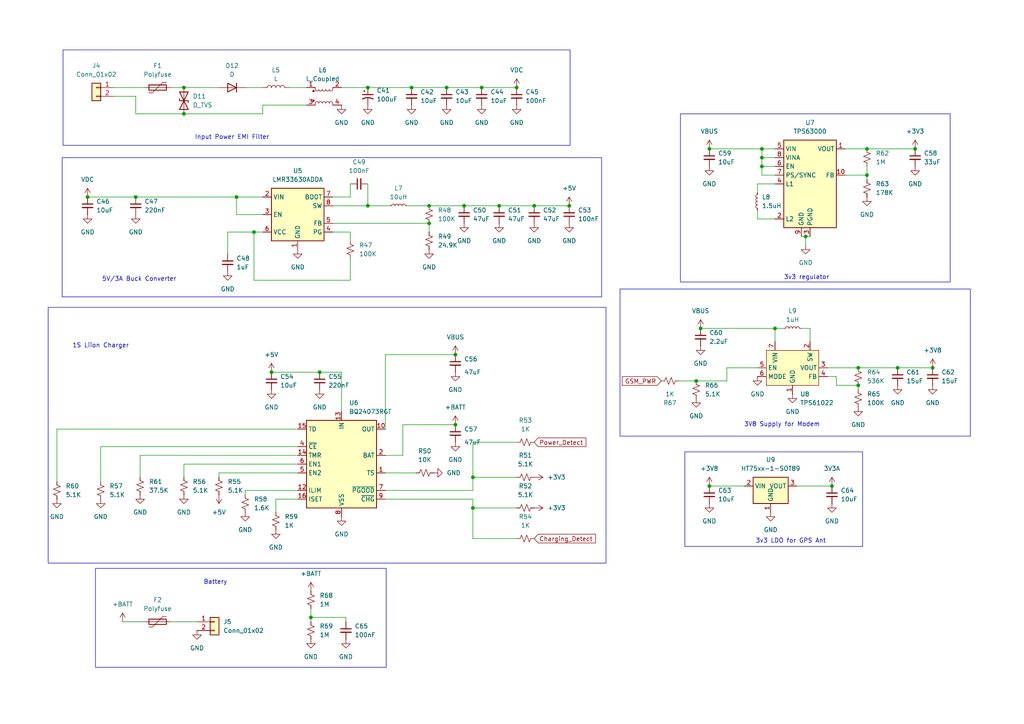
<source format=kicad_sch>
(kicad_sch (version 20231120) (generator "eeschema") (generator_version "8.0")
  (paper "A4")
  (lib_symbols
    (symbol "Battery_Management:BQ24073RGT"
      (property "Reference" "U" (at -8.89 13.97 0))
      (property "Value" "BQ24073RGT" (at 16.51 13.97 0))
      (symbol "BQ24073RGT_1_1"
        (pin passive line (at 12.7 -2.54 180) (length 2.54) (name "TS") (number "1"))
        (pin power_out line (at 12.7 10.16 180) (length 2.54) (name "OUT") (number "10"))
        (pin passive line (at 12.7 10.16 180) (length 2.54) hide (name "OUT") (number "11"))
        (pin passive line (at -12.7 -7.62 0) (length 2.54) (name "ILIM") (number "12"))
        (pin power_in line (at 0 15.24 270) (length 2.54) (name "IN") (number "13"))
        (pin input line (at -12.7 2.54 0) (length 2.54) (name "TMR") (number "14"))
        (pin input line (at -12.7 10.16 0) (length 2.54) (name "TD") (number "15"))
        (pin passive line (at -12.7 -10.16 0) (length 2.54) (name "ISET") (number "16"))
        (pin passive line (at 0 -15.24 90) (length 2.54) hide (name "VSS") (number "17"))
        (pin power_out line (at 12.7 2.54 180) (length 2.54) (name "BAT") (number "2"))
        (pin passive line (at 12.7 2.54 180) (length 2.54) hide (name "BAT") (number "3"))
        (pin input line (at -12.7 5.08 0) (length 2.54) (name "~{CE}") (number "4"))
        (pin input line (at -12.7 -2.54 0) (length 2.54) (name "EN2") (number "5"))
        (pin input line (at -12.7 0 0) (length 2.54) (name "EN1") (number "6"))
        (pin open_collector line (at 12.7 -7.62 180) (length 2.54) (name "~{PGOOD}") (number "7"))
        (pin power_in line (at 0 -15.24 90) (length 2.54) (name "VSS") (number "8"))
        (pin open_collector line (at 12.7 -10.16 180) (length 2.54) (name "~{CHG}") (number "9"))
      )
    )
    (symbol "Connector_Generic:Conn_01x02" (pin_names (offset 1.016) hide)
      (property "Reference" "J" (at 0 2.54 0))
      (property "Value" "Conn_01x02" (at 0 -5.08 0))
      (symbol "Conn_01x02_1_1"
        (pin passive line (at -5.08 0 0) (length 3.81) (name "Pin_1") (number "1"))
        (pin passive line (at -5.08 -2.54 0) (length 3.81) (name "Pin_2") (number "2"))
      )
    )
    (symbol "Converter_DCDC:TPS61022"
      (property "Reference" "U" (at 0 7.62 0))
      (property "Value" "TPS61022" (at 7.62 -7.62 0))
      (symbol "TPS61022_1_1"
        (pin power_in line (at 0 -7.62 90) (length 2.54) (name "GND") (number "1"))
        (pin input line (at 5.08 7.62 270) (length 2.54) (name "SW") (number "2"))
        (pin power_out line (at 10.16 0 180) (length 2.54) (name "VOUT") (number "3"))
        (pin input line (at 10.16 -2.54 180) (length 2.54) (name "FB") (number "4"))
        (pin input line (at -10.16 0 0) (length 2.54) (name "EN") (number "5"))
        (pin input line (at -10.16 -2.54 0) (length 2.54) (name "MODE") (number "6"))
        (pin power_in line (at -5.08 7.62 270) (length 2.54) (name "VIN") (number "7"))
      )
    )
    (symbol "Device:C_Polarized_Small_US" (pin_numbers hide) (pin_names (offset 0.254) hide)
      (property "Reference" "C" (at 0.254 1.778 0))
      (property "Value" "C_Polarized_Small_US" (at 0.254 -2.032 0))
      (symbol "C_Polarized_Small_US_1_1"
        (pin passive line (at 0 2.54 270) (length 2.032) (name "~") (number "1"))
        (pin passive line (at 0 -2.54 90) (length 2.032) (name "~") (number "2"))
      )
    )
    (symbol "Device:C_Small" (pin_numbers hide) (pin_names (offset 0.254) hide)
      (property "Reference" "C" (at 0.254 1.778 0))
      (property "Value" "C_Small" (at 0.254 -2.032 0))
      (symbol "C_Small_1_1"
        (pin passive line (at 0 2.54 270) (length 2.032) (name "~") (number "1"))
        (pin passive line (at 0 -2.54 90) (length 2.032) (name "~") (number "2"))
      )
    )
    (symbol "Device:D" (pin_numbers hide) (pin_names (offset 1.016) hide)
      (property "Reference" "D" (at 0 2.54 0))
      (property "Value" "D" (at 0 -2.54 0))
      (symbol "D_1_1"
        (pin passive line (at -3.81 0 0) (length 2.54) (name "K") (number "1"))
        (pin passive line (at 3.81 0 180) (length 2.54) (name "A") (number "2"))
      )
    )
    (symbol "Device:D_TVS" (pin_numbers hide) (pin_names (offset 1.016) hide)
      (property "Reference" "D" (at 0 2.54 0))
      (property "Value" "D_TVS" (at 0 -2.54 0))
      (symbol "D_TVS_1_1"
        (pin passive line (at -3.81 0 0) (length 2.54) (name "A1") (number "1"))
        (pin passive line (at 3.81 0 180) (length 2.54) (name "A2") (number "2"))
      )
    )
    (symbol "Device:L" (pin_numbers hide) (pin_names (offset 1.016) hide)
      (property "Reference" "L" (at -1.27 0 90))
      (property "Value" "L" (at 1.905 0 90))
      (symbol "L_1_1"
        (pin passive line (at 0 3.81 270) (length 1.27) (name "1") (number "1"))
        (pin passive line (at 0 -3.81 90) (length 1.27) (name "2") (number "2"))
      )
    )
    (symbol "Device:L_Coupled" (pin_names (offset 0.254) hide)
      (property "Reference" "L" (at 0 4.445 0))
      (property "Value" "L_Coupled" (at 0 -4.445 0))
      (symbol "L_Coupled_1_1"
        (pin passive line (at -5.08 2.54 0) (length 2.54) (name "1") (number "1"))
        (pin passive line (at 5.08 2.54 180) (length 2.54) (name "2") (number "2"))
        (pin passive line (at -5.08 -2.54 0) (length 2.54) (name "3") (number "3"))
        (pin passive line (at 5.08 -2.54 180) (length 2.54) (name "4") (number "4"))
      )
    )
    (symbol "Device:L_Small" (pin_numbers hide) (pin_names (offset 0.254) hide)
      (property "Reference" "L" (at 0.762 1.016 0))
      (property "Value" "L_Small" (at 0.762 -1.016 0))
      (symbol "L_Small_1_1"
        (pin passive line (at 0 2.54 270) (length 0.508) (name "~") (number "1"))
        (pin passive line (at 0 -2.54 90) (length 0.508) (name "~") (number "2"))
      )
    )
    (symbol "Device:Polyfuse" (pin_numbers hide) (pin_names (offset 0))
      (property "Reference" "F" (at -2.54 0 90))
      (property "Value" "Polyfuse" (at 2.54 0 90))
      (symbol "Polyfuse_1_1"
        (pin passive line (at 0 3.81 270) (length 1.27) (name "~") (number "1"))
        (pin passive line (at 0 -3.81 90) (length 1.27) (name "~") (number "2"))
      )
    )
    (symbol "Device:R_Small_US" (pin_numbers hide) (pin_names (offset 0.254) hide)
      (property "Reference" "R" (at 0.762 0.508 0))
      (property "Value" "R_Small_US" (at 0.762 -1.016 0))
      (symbol "R_Small_US_1_1"
        (pin passive line (at 0 2.54 270) (length 1.016) (name "~") (number "1"))
        (pin passive line (at 0 -2.54 90) (length 1.016) (name "~") (number "2"))
      )
    )
    (symbol "Regulator_Linear:HT75xx-1-SOT89"
      (property "Reference" "U" (at -5.08 -3.81 0))
      (property "Value" "HT75xx-1-SOT89" (at 0 6.35 0))
      (symbol "HT75xx-1-SOT89_1_1"
        (pin power_in line (at 0 -5.08 90) (length 2.54) (name "GND") (number "1"))
        (pin power_in line (at -7.62 2.54 0) (length 2.54) (name "VIN") (number "2"))
        (pin power_out line (at 7.62 2.54 180) (length 2.54) (name "VOUT") (number "3"))
      )
    )
    (symbol "Regulator_Switching:LMR33630ADDA"
      (property "Reference" "U" (at 0 11.43 0))
      (property "Value" "LMR33630ADDA" (at 0 8.89 0))
      (symbol "LMR33630ADDA_1_1"
        (pin power_in line (at 0 -10.16 90) (length 2.54) (name "GND") (number "1"))
        (pin power_in line (at -10.16 5.08 0) (length 2.54) (name "VIN") (number "2"))
        (pin input line (at -10.16 0 0) (length 2.54) (name "EN") (number "3"))
        (pin open_collector line (at 10.16 -5.08 180) (length 2.54) (name "PG") (number "4"))
        (pin input line (at 10.16 -2.54 180) (length 2.54) (name "FB") (number "5"))
        (pin power_out line (at -10.16 -5.08 0) (length 2.54) (name "VCC") (number "6"))
        (pin input line (at 10.16 5.08 180) (length 2.54) (name "BOOT") (number "7"))
        (pin output line (at 10.16 2.54 180) (length 2.54) (name "SW") (number "8"))
        (pin passive line (at 0 -10.16 90) (length 2.54) hide (name "GND") (number "9"))
      )
    )
    (symbol "Regulator_Switching:TPS63000"
      (property "Reference" "U" (at -7.62 13.97 0))
      (property "Value" "TPS63000" (at 5.08 13.97 0))
      (symbol "TPS63000_1_1"
        (pin power_out line (at 10.16 10.16 180) (length 2.54) (name "VOUT") (number "1"))
        (pin input line (at 10.16 2.54 180) (length 2.54) (name "FB") (number "10"))
        (pin passive line (at 0 -15.24 90) (length 2.54) hide (name "PGND") (number "11"))
        (pin input line (at -10.16 -10.16 0) (length 2.54) (name "L2") (number "2"))
        (pin power_in line (at 0 -15.24 90) (length 2.54) (name "PGND") (number "3"))
        (pin input line (at -10.16 0 0) (length 2.54) (name "L1") (number "4"))
        (pin power_in line (at -10.16 10.16 0) (length 2.54) (name "VIN") (number "5"))
        (pin input line (at -10.16 5.08 0) (length 2.54) (name "EN") (number "6"))
        (pin input line (at -10.16 2.54 0) (length 2.54) (name "PS/SYNC") (number "7"))
        (pin power_in line (at -10.16 7.62 0) (length 2.54) (name "VINA") (number "8"))
        (pin power_in line (at -2.54 -15.24 90) (length 2.54) (name "GND") (number "9"))
      )
    )
    (symbol "power:+3.3VA" (power) (pin_numbers hide) (pin_names (offset 0) hide)
      (property "Value" "+3.3VA" (at 0 3.556 0))
      (symbol "+3.3VA_1_1"
        (pin power_in line (at 0 0 90) (length 0) (name "~") (number "1"))
      )
    )
    (symbol "power:+3V3" (power) (pin_numbers hide) (pin_names (offset 0) hide)
      (property "Value" "+3V3" (at 0 3.556 0))
      (symbol "+3V3_1_1"
        (pin power_in line (at 0 0 90) (length 0) (name "~") (number "1"))
      )
    )
    (symbol "power:+3V8" (power) (pin_numbers hide) (pin_names (offset 0) hide)
      (property "Value" "+3V8" (at 0 3.556 0))
      (symbol "+3V8_1_1"
        (pin power_in line (at 0 0 90) (length 0) (name "~") (number "1"))
      )
    )
    (symbol "power:+5V" (power) (pin_numbers hide) (pin_names (offset 0) hide)
      (property "Value" "+5V" (at 0 3.556 0))
      (symbol "+5V_1_1"
        (pin power_in line (at 0 0 90) (length 0) (name "~") (number "1"))
      )
    )
    (symbol "power:+BATT" (power) (pin_numbers hide) (pin_names (offset 0) hide)
      (property "Value" "+BATT" (at 0 3.556 0))
      (symbol "+BATT_1_1"
        (pin power_in line (at 0 0 90) (length 0) (name "~") (number "1"))
      )
    )
    (symbol "power:GND" (power) (pin_numbers hide) (pin_names (offset 0) hide)
      (property "Value" "GND" (at 0 -3.81 0))
      (symbol "GND_1_1"
        (pin power_in line (at 0 0 270) (length 0) (name "~") (number "1"))
      )
    )
    (symbol "power:VBUS" (power) (pin_numbers hide) (pin_names (offset 0) hide)
      (property "Value" "VBUS" (at 0 3.556 0))
      (symbol "VBUS_1_1"
        (pin power_in line (at 0 0 90) (length 0) (name "~") (number "1"))
      )
    )
    (symbol "power:VDC" (power) (pin_numbers hide) (pin_names (offset 0) hide)
      (property "Value" "VDC" (at 0 3.556 0))
      (symbol "VDC_1_1"
        (pin power_in line (at 0 0 90) (length 0) (name "~") (number "1"))
      )
    )
  )
  (junction (at 53.34 25.4))
  (junction (at 90.17 179.07))
  (junction (at 106.68 25.4))
  (junction (at 241.3 140.97))
  (junction (at 53.34 33.02))
  (junction (at 220.98 43.18))
  (junction (at 154.94 59.69))
  (junction (at 92.71 107.95))
  (junction (at 260.35 106.68))
  (junction (at 248.92 111.76))
  (junction (at 139.7 25.4))
  (junction (at 137.16 138.43))
  (junction (at 205.74 140.97))
  (junction (at 265.43 43.18))
  (junction (at 106.68 59.69))
  (junction (at 68.58 57.15))
  (junction (at 39.37 57.15))
  (junction (at 78.74 107.95))
  (junction (at 251.46 43.18))
  (junction (at 132.08 102.87))
  (junction (at 251.46 50.8))
  (junction (at 144.78 59.69))
  (junction (at 137.16 147.32))
  (junction (at 149.86 25.4))
  (junction (at 233.68 68.58))
  (junction (at 124.46 59.69))
  (junction (at 205.74 43.18))
  (junction (at 25.4 57.15))
  (junction (at 73.66 67.31))
  (junction (at 248.92 106.68))
  (junction (at 224.79 95.25))
  (junction (at 129.54 25.4))
  (junction (at 165.1 59.69))
  (junction (at 270.51 106.68))
  (junction (at 201.93 110.49))
  (junction (at 124.46 64.77))
  (junction (at 203.2 95.25))
  (junction (at 119.38 25.4))
  (junction (at 134.62 59.69))
  (junction (at 220.98 48.26))
  (junction (at 220.98 45.72))
  (junction (at 132.08 123.19))
  (wire (pts (xy 224.79 95.25) (xy 227.33 95.25)))
  (wire (pts (xy 73.66 67.31) (xy 73.66 81.28)))
  (wire (pts (xy 40.64 138.43) (xy 40.64 132.08)))
  (wire (pts (xy 137.16 138.43) (xy 149.86 138.43)))
  (wire (pts (xy 99.06 119.38) (xy 99.06 107.95)))
  (wire (pts (xy 137.16 147.32) (xy 149.86 147.32)))
  (wire (pts (xy 106.68 53.34) (xy 106.68 59.69)))
  (wire (pts (xy 219.71 53.34) (xy 224.79 53.34)))
  (wire (pts (xy 73.66 67.31) (xy 76.2 67.31)))
  (wire (pts (xy 53.34 25.4) (xy 63.5 25.4)))
  (wire (pts (xy 92.71 107.95) (xy 99.06 107.95)))
  (wire (pts (xy 111.76 102.87) (xy 111.76 124.46)))
  (wire (pts (xy 139.7 25.4) (xy 149.86 25.4)))
  (wire (pts (xy 124.46 59.69) (xy 134.62 59.69)))
  (wire (pts (xy 106.68 59.69) (xy 113.03 59.69)))
  (wire (pts (xy 220.98 45.72) (xy 224.79 45.72)))
  (wire (pts (xy 240.03 109.22) (xy 242.57 109.22)))
  (wire (pts (xy 71.12 142.24) (xy 86.36 142.24)))
  (wire (pts (xy 118.11 59.69) (xy 124.46 59.69)))
  (wire (pts (xy 137.16 142.24) (xy 137.16 138.43)))
  (wire (pts (xy 96.52 57.15) (xy 101.6 57.15)))
  (wire (pts (xy 111.76 144.78) (xy 137.16 144.78)))
  (wire (pts (xy 33.02 25.4) (xy 41.91 25.4)))
  (wire (pts (xy 124.46 64.77) (xy 124.46 67.31)))
  (wire (pts (xy 76.2 30.48) (xy 76.2 33.02)))
  (wire (pts (xy 210.82 106.68) (xy 219.71 106.68)))
  (wire (pts (xy 233.68 68.58) (xy 233.68 71.12)))
  (wire (pts (xy 242.57 111.76) (xy 248.92 111.76)))
  (wire (pts (xy 137.16 156.21) (xy 149.86 156.21)))
  (wire (pts (xy 196.85 110.49) (xy 201.93 110.49)))
  (wire (pts (xy 134.62 59.69) (xy 144.78 59.69)))
  (wire (pts (xy 80.01 148.59) (xy 80.01 144.78)))
  (wire (pts (xy 68.58 57.15) (xy 76.2 57.15)))
  (wire (pts (xy 240.03 106.68) (xy 248.92 106.68)))
  (wire (pts (xy 40.64 132.08) (xy 86.36 132.08)))
  (wire (pts (xy 220.98 43.18) (xy 224.79 43.18)))
  (wire (pts (xy 66.04 67.31) (xy 73.66 67.31)))
  (wire (pts (xy 220.98 45.72) (xy 220.98 43.18)))
  (wire (pts (xy 16.51 124.46) (xy 86.36 124.46)))
  (wire (pts (xy 68.58 62.23) (xy 76.2 62.23)))
  (wire (pts (xy 248.92 111.76) (xy 248.92 113.03)))
  (wire (pts (xy 100.33 180.34) (xy 100.33 179.07)))
  (wire (pts (xy 220.98 50.8) (xy 220.98 48.26)))
  (wire (pts (xy 29.21 129.54) (xy 29.21 139.7)))
  (wire (pts (xy 49.53 180.34) (xy 57.15 180.34)))
  (wire (pts (xy 53.34 134.62) (xy 86.36 134.62)))
  (wire (pts (xy 137.16 144.78) (xy 137.16 147.32)))
  (wire (pts (xy 66.04 73.66) (xy 66.04 67.31)))
  (wire (pts (xy 210.82 110.49) (xy 210.82 106.68)))
  (wire (pts (xy 39.37 57.15) (xy 68.58 57.15)))
  (wire (pts (xy 90.17 179.07) (xy 90.17 180.34)))
  (wire (pts (xy 144.78 59.69) (xy 154.94 59.69)))
  (wire (pts (xy 96.52 64.77) (xy 124.46 64.77)))
  (wire (pts (xy 116.84 123.19) (xy 132.08 123.19)))
  (wire (pts (xy 29.21 129.54) (xy 86.36 129.54)))
  (wire (pts (xy 129.54 25.4) (xy 139.7 25.4)))
  (wire (pts (xy 111.76 142.24) (xy 137.16 142.24)))
  (wire (pts (xy 242.57 109.22) (xy 242.57 111.76)))
  (wire (pts (xy 137.16 128.27) (xy 149.86 128.27)))
  (wire (pts (xy 220.98 48.26) (xy 220.98 45.72)))
  (wire (pts (xy 219.71 60.96) (xy 219.71 63.5)))
  (wire (pts (xy 231.14 140.97) (xy 241.3 140.97)))
  (wire (pts (xy 232.41 68.58) (xy 233.68 68.58)))
  (wire (pts (xy 137.16 147.32) (xy 137.16 156.21)))
  (wire (pts (xy 119.38 25.4) (xy 129.54 25.4)))
  (wire (pts (xy 251.46 50.8) (xy 251.46 52.07)))
  (wire (pts (xy 233.68 68.58) (xy 234.95 68.58)))
  (wire (pts (xy 80.01 144.78) (xy 86.36 144.78)))
  (wire (pts (xy 203.2 95.25) (xy 224.79 95.25)))
  (wire (pts (xy 219.71 63.5) (xy 224.79 63.5)))
  (wire (pts (xy 101.6 81.28) (xy 73.66 81.28)))
  (wire (pts (xy 96.52 67.31) (xy 101.6 67.31)))
  (wire (pts (xy 99.06 25.4) (xy 106.68 25.4)))
  (wire (pts (xy 88.9 30.48) (xy 76.2 30.48)))
  (wire (pts (xy 251.46 50.8) (xy 245.11 50.8)))
  (wire (pts (xy 16.51 139.7) (xy 16.51 124.46)))
  (wire (pts (xy 90.17 176.53) (xy 90.17 179.07)))
  (wire (pts (xy 106.68 59.69) (xy 96.52 59.69)))
  (wire (pts (xy 224.79 50.8) (xy 220.98 50.8)))
  (wire (pts (xy 101.6 57.15) (xy 101.6 53.34)))
  (wire (pts (xy 245.11 43.18) (xy 251.46 43.18)))
  (wire (pts (xy 39.37 27.94) (xy 33.02 27.94)))
  (wire (pts (xy 260.35 106.68) (xy 270.51 106.68)))
  (wire (pts (xy 248.92 106.68) (xy 260.35 106.68)))
  (wire (pts (xy 53.34 138.43) (xy 53.34 134.62)))
  (wire (pts (xy 49.53 25.4) (xy 53.34 25.4)))
  (wire (pts (xy 234.95 95.25) (xy 234.95 99.06)))
  (wire (pts (xy 71.12 25.4) (xy 76.2 25.4)))
  (wire (pts (xy 137.16 138.43) (xy 137.16 128.27)))
  (wire (pts (xy 78.74 107.95) (xy 92.71 107.95)))
  (wire (pts (xy 53.34 33.02) (xy 39.37 33.02)))
  (wire (pts (xy 116.84 132.08) (xy 116.84 123.19)))
  (wire (pts (xy 251.46 43.18) (xy 265.43 43.18)))
  (wire (pts (xy 154.94 59.69) (xy 165.1 59.69)))
  (wire (pts (xy 90.17 179.07) (xy 100.33 179.07)))
  (wire (pts (xy 205.74 140.97) (xy 215.9 140.97)))
  (wire (pts (xy 39.37 33.02) (xy 39.37 27.94)))
  (wire (pts (xy 224.79 99.06) (xy 224.79 95.25)))
  (wire (pts (xy 251.46 48.26) (xy 251.46 50.8)))
  (wire (pts (xy 111.76 132.08) (xy 116.84 132.08)))
  (wire (pts (xy 25.4 57.15) (xy 39.37 57.15)))
  (wire (pts (xy 111.76 102.87) (xy 132.08 102.87)))
  (wire (pts (xy 106.68 25.4) (xy 119.38 25.4)))
  (wire (pts (xy 111.76 137.16) (xy 120.65 137.16)))
  (wire (pts (xy 232.41 95.25) (xy 234.95 95.25)))
  (wire (pts (xy 76.2 33.02) (xy 53.34 33.02)))
  (wire (pts (xy 205.74 43.18) (xy 220.98 43.18)))
  (wire (pts (xy 68.58 57.15) (xy 68.58 62.23)))
  (wire (pts (xy 63.5 138.43) (xy 63.5 137.16)))
  (wire (pts (xy 71.12 143.51) (xy 71.12 142.24)))
  (wire (pts (xy 35.56 180.34) (xy 41.91 180.34)))
  (wire (pts (xy 220.98 48.26) (xy 224.79 48.26)))
  (wire (pts (xy 63.5 137.16) (xy 86.36 137.16)))
  (wire (pts (xy 219.71 55.88) (xy 219.71 53.34)))
  (wire (pts (xy 101.6 67.31) (xy 101.6 69.85)))
  (wire (pts (xy 83.82 25.4) (xy 88.9 25.4)))
  (wire (pts (xy 101.6 74.93) (xy 101.6 81.28)))
  (wire (pts (xy 201.93 110.49) (xy 210.82 110.49)))
  (rectangle (start 198.628 131.064) (end 250.19 158.496))
  (rectangle (start 18.288 14.478) (end 165.354 42.164))
  (rectangle (start 179.832 83.82) (end 281.432 126.492))
  (rectangle (start 197.358 33.02) (end 275.59 81.788))
  (rectangle (start 18.034 45.72) (end 174.498 86.106))
  (rectangle (start 13.97 89.154) (end 175.768 163.322))
  (rectangle (start 27.686 164.846) (end 112.014 193.548))
  (text "5V/3A Buck Converter" (at 40.386 81.026 0) (effects (font (size 1.27 1.27))))
  (text "3V8 Supply for Modem" (at 226.822 123.19 0) (effects (font (size 1.27 1.27))))
  (text "3v3 LDO for GPS Ant" (at 229.362 156.972 0) (effects (font (size 1.27 1.27))))
  (text "1S Liion Charger" (at 29.21 100.33 0) (effects (font (size 1.27 1.27))))
  (text "3v3 regulator" (at 233.934 80.518 0) (effects (font (size 1.27 1.27))))
  (text "Input Power EMI Filter" (at 67.31 39.878 0) (effects (font (size 1.27 1.27))))
  (text "Battery" (at 62.484 168.91 0) (effects (font (size 1.27 1.27))))
  (global_label "GSM_PWR" (shape input) (at 191.77 110.49 180) (property "Intersheetrefs" "${INTERSHEET_REFS}" (effects (hide yes))))
  (global_label "Power_Detect" (shape input) (at 154.94 128.27 0) (property "Intersheetrefs" "${INTERSHEET_REFS}" (effects (hide yes))))
  (global_label "Charging_Detect" (shape input) (at 154.94 156.21 0) (property "Intersheetrefs" "${INTERSHEET_REFS}" (effects (hide yes))))
  (symbol (lib_id "Device:C_Small") (at 78.74 110.49 0) (unit 1)
    (property "Reference" "C54" (at 81.28 109.2262 0) (effects (justify left)))
    (property "Value" "10uF" (at 81.28 111.7662 0) (effects (justify left)))
    (property "Description" "Unpolarized capacitor, small symbol" (effects (hide yes)))
  )
  (symbol (lib_id "power:+3V3") (at 154.94 138.43 270) (unit 1)
    (property "Reference" "#PWR0121" (effects (hide yes)))
    (property "Value" "+3V3" (at 158.75 138.4299 90) (effects (justify left)))
    (property "Description" "Power symbol creates a global label with name \"+3V3\"" (effects (hide yes)))
  )
  (symbol (lib_id "power:+5V") (at 165.1 59.69 0) (unit 1)
    (property "Reference" "#PWR0112" (effects (hide yes)))
    (property "Value" "+5V" (at 165.1 54.61 0))
    (property "Description" "Power symbol creates a global label with name \"+5V\"" (effects (hide yes)))
  )
  (symbol (lib_id "power:+BATT") (at 35.56 180.34 0) (unit 1)
    (property "Reference" "#PWR0132" (effects (hide yes)))
    (property "Value" "+BATT" (at 35.56 175.26 0))
    (property "Description" "Power symbol creates a global label with name \"+BATT\"" (effects (hide yes)))
  )
  (symbol (lib_id "power:GND") (at 99.06 30.48 0) (unit 1)
    (property "Reference" "#PWR095" (effects (hide yes)))
    (property "Value" "GND" (at 99.06 35.56 0))
    (property "Description" "Power symbol creates a global label with name \"GND\" , ground" (effects (hide yes)))
  )
  (symbol (lib_id "power:GND") (at 53.34 143.51 0) (unit 1)
    (property "Reference" "#PWR0125" (effects (hide yes)))
    (property "Value" "GND" (at 53.34 148.59 0))
    (property "Description" "Power symbol creates a global label with name \"GND\" , ground" (effects (hide yes)))
  )
  (symbol (lib_id "Device:C_Small") (at 241.3 143.51 0) (unit 1)
    (property "Reference" "C64" (at 243.84 142.2462 0) (effects (justify left)))
    (property "Value" "10uF" (at 243.84 144.7862 0) (effects (justify left)))
    (property "Description" "Unpolarized capacitor, small symbol" (effects (hide yes)))
  )
  (symbol (lib_id "Device:C_Small") (at 134.62 62.23 0) (unit 1)
    (property "Reference" "C50" (at 137.16 60.9662 0) (effects (justify left)))
    (property "Value" "47uF" (at 137.16 63.5062 0) (effects (justify left)))
    (property "Description" "Unpolarized capacitor, small symbol" (effects (hide yes)))
  )
  (symbol (lib_id "power:GND") (at 106.68 30.48 0) (unit 1)
    (property "Reference" "#PWR096" (effects (hide yes)))
    (property "Value" "GND" (at 106.68 35.56 0))
    (property "Description" "Power symbol creates a global label with name \"GND\" , ground" (effects (hide yes)))
  )
  (symbol (lib_id "power:GND") (at 241.3 146.05 0) (unit 1)
    (property "Reference" "#PWR0151" (effects (hide yes)))
    (property "Value" "GND" (at 241.3 151.13 0))
    (property "Description" "Power symbol creates a global label with name \"GND\" , ground" (effects (hide yes)))
  )
  (symbol (lib_id "Device:C_Small") (at 205.74 143.51 0) (unit 1)
    (property "Reference" "C63" (at 208.28 142.2462 0) (effects (justify left)))
    (property "Value" "10uF" (at 208.28 144.7862 0) (effects (justify left)))
    (property "Description" "Unpolarized capacitor, small symbol" (effects (hide yes)))
  )
  (symbol (lib_id "Device:R_Small_US") (at 152.4 138.43 90) (unit 1)
    (property "Reference" "R51" (at 152.4 132.08 90))
    (property "Value" "5.1K" (at 152.4 134.62 90))
    (property "Description" "Resistor, small US symbol" (effects (hide yes)))
  )
  (symbol (lib_id "Device:R_Small_US") (at 152.4 128.27 90) (unit 1)
    (property "Reference" "R53" (at 152.4 121.92 90))
    (property "Value" "1K" (at 152.4 124.46 90))
    (property "Description" "Resistor, small US symbol" (effects (hide yes)))
  )
  (symbol (lib_id "power:GND") (at 154.94 64.77 0) (unit 1)
    (property "Reference" "#PWR0109" (effects (hide yes)))
    (property "Value" "GND" (at 154.94 69.85 0))
    (property "Description" "Power symbol creates a global label with name \"GND\" , ground" (effects (hide yes)))
  )
  (symbol (lib_id "Device:R_Small_US") (at 63.5 140.97 180) (unit 1)
    (property "Reference" "R55" (at 66.04 139.6999 0) (effects (justify right)))
    (property "Value" "5.1K" (at 66.04 142.2399 0) (effects (justify right)))
    (property "Description" "Resistor, small US symbol" (effects (hide yes)))
  )
  (symbol (lib_id "power:GND") (at 71.12 148.59 0) (unit 1)
    (property "Reference" "#PWR0127" (effects (hide yes)))
    (property "Value" "GND" (at 71.12 153.67 0))
    (property "Description" "Power symbol creates a global label with name \"GND\" , ground" (effects (hide yes)))
  )
  (symbol (lib_id "Device:C_Small") (at 132.08 105.41 0) (unit 1)
    (property "Reference" "C56" (at 134.62 104.1462 0) (effects (justify left)))
    (property "Value" "47uF" (at 134.62 107.9562 0) (effects (justify left)))
    (property "Description" "Unpolarized capacitor, small symbol" (effects (hide yes)))
  )
  (symbol (lib_id "power:+5V") (at 63.5 143.51 180) (unit 1)
    (property "Reference" "#PWR0124" (effects (hide yes)))
    (property "Value" "+5V" (at 63.5 148.59 0))
    (property "Description" "Power symbol creates a global label with name \"+5V\"" (effects (hide yes)))
  )
  (symbol (lib_id "power:GND") (at 219.71 109.22 0) (unit 1)
    (property "Reference" "#PWR0142" (effects (hide yes)))
    (property "Value" "GND" (at 219.71 114.3 0))
    (property "Description" "Power symbol creates a global label with name \"GND\" , ground" (effects (hide yes)))
  )
  (symbol (lib_id "Device:R_Small_US") (at 80.01 151.13 180) (unit 1)
    (property "Reference" "R59" (at 82.55 149.8599 0) (effects (justify right)))
    (property "Value" "1K" (at 82.55 152.3999 0) (effects (justify right)))
    (property "Description" "Resistor, small US symbol" (effects (hide yes)))
  )
  (symbol (lib_id "Device:C_Small") (at 119.38 27.94 0) (unit 1)
    (property "Reference" "C42" (at 121.92 26.6762 0) (effects (justify left)))
    (property "Value" "10uF" (at 121.92 29.2162 0) (effects (justify left)))
    (property "Description" "Unpolarized capacitor, small symbol" (effects (hide yes)))
  )
  (symbol (lib_id "power:GND") (at 203.2 100.33 0) (unit 1)
    (property "Reference" "#PWR0140" (effects (hide yes)))
    (property "Value" "GND" (at 203.2 105.41 0))
    (property "Description" "Power symbol creates a global label with name \"GND\" , ground" (effects (hide yes)))
  )
  (symbol (lib_id "Device:R_Small_US") (at 248.92 109.22 0) (unit 1)
    (property "Reference" "R64" (at 251.46 107.9499 0) (effects (justify left)))
    (property "Value" "536K" (at 251.46 110.4899 0) (effects (justify left)))
    (property "Description" "Resistor, small US symbol" (effects (hide yes)))
  )
  (symbol (lib_id "power:GND") (at 90.17 185.42 0) (unit 1)
    (property "Reference" "#PWR0154" (effects (hide yes)))
    (property "Value" "GND" (at 90.17 190.5 0))
    (property "Description" "Power symbol creates a global label with name \"GND\" , ground" (effects (hide yes)))
  )
  (symbol (lib_id "Device:R_Small_US") (at 90.17 173.99 0) (unit 1)
    (property "Reference" "R68" (at 92.71 172.7199 0) (effects (justify left)))
    (property "Value" "1M" (at 92.71 175.2599 0) (effects (justify left)))
    (property "Description" "Resistor, small US symbol" (effects (hide yes)))
  )
  (symbol (lib_id "Device:D") (at 67.31 25.4 180) (unit 1)
    (property "Reference" "D12" (at 67.31 19.05 0))
    (property "Value" "D" (at 67.31 21.59 0))
    (property "Description" "Diode" (effects (hide yes)))
    (property "Sim.Device" "D" (effects (hide yes)))
    (property "Sim.Pins" "1=K 2=A" (effects (hide yes)))
  )
  (symbol (lib_id "power:GND") (at 149.86 30.48 0) (unit 1)
    (property "Reference" "#PWR0100" (effects (hide yes)))
    (property "Value" "GND" (at 149.86 35.56 0))
    (property "Description" "Power symbol creates a global label with name \"GND\" , ground" (effects (hide yes)))
  )
  (symbol (lib_id "Device:R_Small_US") (at 53.34 140.97 180) (unit 1)
    (property "Reference" "R56" (at 55.88 139.6999 0) (effects (justify right)))
    (property "Value" "5.1K" (at 55.88 142.2399 0) (effects (justify right)))
    (property "Description" "Resistor, small US symbol" (effects (hide yes)))
  )
  (symbol (lib_id "Device:L") (at 80.01 25.4 90) (unit 1)
    (property "Reference" "L5" (at 80.01 20.32 90))
    (property "Value" "L" (at 80.01 22.86 90))
    (property "Description" "Inductor" (effects (hide yes)))
  )
  (symbol (lib_id "Device:R_Small_US") (at 152.4 147.32 90) (unit 1)
    (property "Reference" "R52" (at 152.4 140.97 90))
    (property "Value" "5.1K" (at 152.4 143.51 90))
    (property "Description" "Resistor, small US symbol" (effects (hide yes)))
  )
  (symbol (lib_id "Device:D_TVS") (at 53.34 29.21 90) (unit 1)
    (property "Reference" "D11" (at 55.88 27.9399 90) (effects (justify right)))
    (property "Value" "D_TVS" (at 55.88 30.4799 90) (effects (justify right)))
    (property "Description" "Bidirectional transient-voltage-suppression diode" (effects (hide yes)))
  )
  (symbol (lib_id "power:+BATT") (at 90.17 171.45 0) (unit 1)
    (property "Reference" "#PWR0155" (effects (hide yes)))
    (property "Value" "+BATT" (at 90.17 166.37 0))
    (property "Description" "Power symbol creates a global label with name \"+BATT\"" (effects (hide yes)))
  )
  (symbol (lib_id "power:GND") (at 205.74 48.26 0) (unit 1)
    (property "Reference" "#PWR0137" (effects (hide yes)))
    (property "Value" "GND" (at 205.74 53.34 0))
    (property "Description" "Power symbol creates a global label with name \"GND\" , ground" (effects (hide yes)))
  )
  (symbol (lib_id "power:GND") (at 39.37 62.23 0) (unit 1)
    (property "Reference" "#PWR0102" (effects (hide yes)))
    (property "Value" "GND" (at 39.37 67.31 0))
    (property "Description" "Power symbol creates a global label with name \"GND\" , ground" (effects (hide yes)))
  )
  (symbol (lib_id "power:GND") (at 78.74 113.03 0) (unit 1)
    (property "Reference" "#PWR0114" (effects (hide yes)))
    (property "Value" "GND" (at 78.74 118.11 0))
    (property "Description" "Power symbol creates a global label with name \"GND\" , ground" (effects (hide yes)))
  )
  (symbol (lib_id "power:GND") (at 134.62 64.77 0) (unit 1)
    (property "Reference" "#PWR0105" (effects (hide yes)))
    (property "Value" "GND" (at 134.62 69.85 0))
    (property "Description" "Power symbol creates a global label with name \"GND\" , ground" (effects (hide yes)))
  )
  (symbol (lib_id "power:GND") (at 129.54 30.48 0) (unit 1)
    (property "Reference" "#PWR098" (effects (hide yes)))
    (property "Value" "GND" (at 129.54 35.56 0))
    (property "Description" "Power symbol creates a global label with name \"GND\" , ground" (effects (hide yes)))
  )
  (symbol (lib_id "Device:L_Coupled") (at 93.98 27.94 0) (unit 1)
    (property "Reference" "L6" (at 93.599 20.32 0))
    (property "Value" "L_Coupled" (at 93.599 22.86 0))
    (property "Description" "Coupled inductor" (effects (hide yes)))
  )
  (symbol (lib_id "power:GND") (at 251.46 57.15 0) (unit 1)
    (property "Reference" "#PWR0133" (effects (hide yes)))
    (property "Value" "GND" (at 251.46 62.23 0))
    (property "Description" "Power symbol creates a global label with name \"GND\" , ground" (effects (hide yes)))
  )
  (symbol (lib_id "Device:R_Small_US") (at 90.17 182.88 0) (unit 1)
    (property "Reference" "R69" (at 92.71 181.6099 0) (effects (justify left)))
    (property "Value" "1M" (at 92.71 184.1499 0) (effects (justify left)))
    (property "Description" "Resistor, small US symbol" (effects (hide yes)))
  )
  (symbol (lib_id "Device:R_Small_US") (at 194.31 110.49 270) (unit 1)
    (property "Reference" "R67" (at 194.31 116.84 90))
    (property "Value" "1K" (at 194.31 114.3 90))
    (property "Description" "Resistor, small US symbol" (effects (hide yes)))
  )
  (symbol (lib_id "power:GND") (at 205.74 146.05 0) (unit 1)
    (property "Reference" "#PWR0150" (effects (hide yes)))
    (property "Value" "GND" (at 205.74 151.13 0))
    (property "Description" "Power symbol creates a global label with name \"GND\" , ground" (effects (hide yes)))
  )
  (symbol (lib_id "power:GND") (at 265.43 48.26 0) (unit 1)
    (property "Reference" "#PWR0134" (effects (hide yes)))
    (property "Value" "GND" (at 265.43 53.34 0))
    (property "Description" "Power symbol creates a global label with name \"GND\" , ground" (effects (hide yes)))
  )
  (symbol (lib_id "Device:R_Small_US") (at 40.64 140.97 180) (unit 1)
    (property "Reference" "R61" (at 43.18 139.6999 0) (effects (justify right)))
    (property "Value" "37.5K" (at 43.18 142.2399 0) (effects (justify right)))
    (property "Description" "Resistor, small US symbol" (effects (hide yes)))
  )
  (symbol (lib_id "power:GND") (at 132.08 107.95 0) (unit 1)
    (property "Reference" "#PWR0117" (effects (hide yes)))
    (property "Value" "GND" (at 132.08 113.03 0))
    (property "Description" "Power symbol creates a global label with name \"GND\" , ground" (effects (hide yes)))
  )
  (symbol (lib_id "Battery_Management:BQ24073RGT") (at 99.06 134.62 0) (unit 1)
    (property "Reference" "U6" (at 101.2541 116.84 0) (effects (justify left)))
    (property "Value" "BQ24073RGT" (at 101.2541 119.38 0) (effects (justify left)))
    (property "Footprint" "Package_DFN_QFN:VQFN-16-1EP_3x3mm_P0.5mm_EP1.6x1.6mm" (effects (hide yes)))
    (property "Datasheet" "http://www.ti.com/lit/ds/symlink/bq24073.pdf" (effects (hide yes)))
    (property "Description" "USB-Friendly Li-Ion Battery Charger and Power-Path Management, VQFN-16" (effects (hide yes)))
  )
  (symbol (lib_id "Device:R_Small_US") (at 124.46 69.85 0) (unit 1)
    (property "Reference" "R49" (at 127 68.5799 0) (effects (justify left)))
    (property "Value" "24.9K" (at 127 71.1199 0) (effects (justify left)))
    (property "Description" "Resistor, small US symbol" (effects (hide yes)))
  )
  (symbol (lib_id "Device:R_Small_US") (at 248.92 115.57 0) (unit 1)
    (property "Reference" "R65" (at 251.46 114.2999 0) (effects (justify left)))
    (property "Value" "100K" (at 251.46 116.8399 0) (effects (justify left)))
    (property "Description" "Resistor, small US symbol" (effects (hide yes)))
  )
  (symbol (lib_id "power:GND") (at 80.01 153.67 0) (unit 1)
    (property "Reference" "#PWR0128" (effects (hide yes)))
    (property "Value" "GND" (at 80.01 158.75 0))
    (property "Description" "Power symbol creates a global label with name \"GND\" , ground" (effects (hide yes)))
  )
  (symbol (lib_id "Regulator_Switching:LMR33630ADDA") (at 86.36 62.23 0) (unit 1)
    (property "Reference" "U5" (at 86.36 49.53 0))
    (property "Value" "LMR33630ADDA" (at 86.36 52.07 0))
    (property "Footprint" "Package_SO:Texas_HSOP-8-1EP_3.9x4.9mm_P1.27mm_ThermalVias" (effects (hide yes)))
    (property "Datasheet" "http://www.ti.com/lit/ds/symlink/lmr33630.pdf" (effects (hide yes)))
    (property "Description" "Simple Switcher Synchronous Buck Regulator, Vin=3.8-36V, Iout=3A, F=400kHz, Adjustable output voltage, HSOP-8" (effects (hide yes)))
  )
  (symbol (lib_id "Converter_DCDC:TPS61022") (at 229.87 106.68 0) (unit 1)
    (property "Reference" "U8" (at 232.0641 114.3 0) (effects (justify left)))
    (property "Value" "TPS61022" (at 232.0641 116.84 0) (effects (justify left)))
    (property "Footprint" "Package_DFN_QFN:Texas_RWU0007A_VQFN-7_2x2mm_P0.5mm" (effects (hide yes)))
    (property "Datasheet" "https://www.ti.com/lit/ds/symlink/tps61022.pdf" (effects (hide yes)))
    (property "Description" "8A Boost Converter, 0.5-5.5 V input, 2.2-5.5V output, Texas RWU0007A VQFN-7" (effects (hide yes)))
  )
  (symbol (lib_id "Regulator_Switching:TPS63000") (at 234.95 53.34 0) (unit 1)
    (property "Reference" "U7" (at 234.95 35.56 0))
    (property "Value" "TPS63000" (at 234.95 38.1 0))
    (property "Footprint" "Package_SON:Texas_DRC0010J_ThermalVias" (effects (hide yes)))
    (property "Datasheet" "http://www.ti.com/lit/ds/symlink/tps63000.pdf" (effects (hide yes)))
    (property "Description" "Buck-Boost Converter, 1.8-5.5V Input Voltage, 1.8A Switch Current, Adjustable 1.2-5.5V Output Voltage, VSON-10" (effects (hide yes)))
  )
  (symbol (lib_id "Device:C_Small") (at 66.04 76.2 0) (unit 1)
    (property "Reference" "C48" (at 68.58 74.9362 0) (effects (justify left)))
    (property "Value" "1uF" (at 68.58 77.4762 0) (effects (justify left)))
    (property "Description" "Unpolarized capacitor, small symbol" (effects (hide yes)))
  )
  (symbol (lib_id "power:+3.3VA") (at 241.3 140.97 0) (unit 1)
    (property "Reference" "#PWR0148" (effects (hide yes)))
    (property "Value" "3V3A" (at 241.3 135.89 0))
    (property "Description" "Power symbol creates a global label with name \"+3.3VA\"" (effects (hide yes)))
  )
  (symbol (lib_id "power:GND") (at 139.7 30.48 0) (unit 1)
    (property "Reference" "#PWR099" (effects (hide yes)))
    (property "Value" "GND" (at 139.7 35.56 0))
    (property "Description" "Power symbol creates a global label with name \"GND\" , ground" (effects (hide yes)))
  )
  (symbol (lib_id "power:GND") (at 223.52 148.59 0) (unit 1)
    (property "Reference" "#PWR0152" (effects (hide yes)))
    (property "Value" "GND" (at 223.52 153.67 0))
    (property "Description" "Power symbol creates a global label with name \"GND\" , ground" (effects (hide yes)))
  )
  (symbol (lib_id "power:GND") (at 144.78 64.77 0) (unit 1)
    (property "Reference" "#PWR0108" (effects (hide yes)))
    (property "Value" "GND" (at 144.78 69.85 0))
    (property "Description" "Power symbol creates a global label with name \"GND\" , ground" (effects (hide yes)))
  )
  (symbol (lib_id "Device:C_Small") (at 270.51 109.22 0) (unit 1)
    (property "Reference" "C62" (at 273.05 107.9562 0) (effects (justify left)))
    (property "Value" "15uF" (at 273.05 110.4962 0) (effects (justify left)))
    (property "Description" "Unpolarized capacitor, small symbol" (effects (hide yes)))
  )
  (symbol (lib_id "Device:C_Small") (at 39.37 59.69 0) (unit 1)
    (property "Reference" "C47" (at 41.91 58.4262 0) (effects (justify left)))
    (property "Value" "220nF" (at 41.91 60.9662 0) (effects (justify left)))
    (property "Description" "Unpolarized capacitor, small symbol" (effects (hide yes)))
  )
  (symbol (lib_id "Device:C_Small") (at 92.71 110.49 0) (unit 1)
    (property "Reference" "C55" (at 95.25 109.2262 0) (effects (justify left)))
    (property "Value" "220nF" (at 95.25 111.7662 0) (effects (justify left)))
    (property "Description" "Unpolarized capacitor, small symbol" (effects (hide yes)))
  )
  (symbol (lib_id "power:VDC") (at 25.4 57.15 0) (unit 1)
    (property "Reference" "#PWR0106" (effects (hide yes)))
    (property "Value" "VDC" (at 25.4 52.07 0))
    (property "Description" "Power symbol creates a global label with name \"VDC\"" (effects (hide yes)))
  )
  (symbol (lib_id "Device:L_Small") (at 229.87 95.25 90) (unit 1)
    (property "Reference" "L9" (at 229.87 90.17 90))
    (property "Value" "1uH" (at 229.87 92.71 90))
    (property "Description" "Inductor, small symbol" (effects (hide yes)))
  )
  (symbol (lib_id "Device:C_Small") (at 129.54 27.94 0) (unit 1)
    (property "Reference" "C43" (at 132.08 26.6762 0) (effects (justify left)))
    (property "Value" "10uF" (at 132.08 29.2162 0) (effects (justify left)))
    (property "Description" "Unpolarized capacitor, small symbol" (effects (hide yes)))
  )
  (symbol (lib_id "power:GND") (at 40.64 143.51 0) (unit 1)
    (property "Reference" "#PWR0130" (effects (hide yes)))
    (property "Value" "GND" (at 40.64 148.59 0))
    (property "Description" "Power symbol creates a global label with name \"GND\" , ground" (effects (hide yes)))
  )
  (symbol (lib_id "Device:Polyfuse") (at 45.72 25.4 90) (unit 1)
    (property "Reference" "F1" (at 45.72 19.05 90))
    (property "Value" "Polyfuse" (at 45.72 21.59 90))
    (property "Description" "Resettable fuse, polymeric positive temperature coefficient" (effects (hide yes)))
  )
  (symbol (lib_id "power:VDC") (at 149.86 25.4 0) (unit 1)
    (property "Reference" "#PWR0101" (effects (hide yes)))
    (property "Value" "VDC" (at 149.86 20.32 0))
    (property "Description" "Power symbol creates a global label with name \"VDC\"" (effects (hide yes)))
  )
  (symbol (lib_id "power:+3V8") (at 270.51 106.68 0) (unit 1)
    (property "Reference" "#PWR0146" (effects (hide yes)))
    (property "Value" "+3V8" (at 270.51 101.6 0))
    (property "Description" "Power symbol creates a global label with name \"+3V8\"" (effects (hide yes)))
  )
  (symbol (lib_id "power:GND") (at 99.06 149.86 0) (unit 1)
    (property "Reference" "#PWR0123" (effects (hide yes)))
    (property "Value" "GND" (at 99.06 154.94 0))
    (property "Description" "Power symbol creates a global label with name \"GND\" , ground" (effects (hide yes)))
  )
  (symbol (lib_id "Device:C_Small") (at 132.08 125.73 0) (unit 1)
    (property "Reference" "C57" (at 134.62 124.4662 0) (effects (justify left)))
    (property "Value" "47uF" (at 134.62 128.2762 0) (effects (justify left)))
    (property "Description" "Unpolarized capacitor, small symbol" (effects (hide yes)))
  )
  (symbol (lib_id "power:+5V") (at 78.74 107.95 0) (unit 1)
    (property "Reference" "#PWR0113" (effects (hide yes)))
    (property "Value" "+5V" (at 78.74 102.87 0))
    (property "Description" "Power symbol creates a global label with name \"+5V\"" (effects (hide yes)))
  )
  (symbol (lib_id "Device:R_Small_US") (at 16.51 142.24 180) (unit 1)
    (property "Reference" "R60" (at 19.05 140.9699 0) (effects (justify right)))
    (property "Value" "5.1K" (at 19.05 143.5099 0) (effects (justify right)))
    (property "Description" "Resistor, small US symbol" (effects (hide yes)))
  )
  (symbol (lib_id "power:GND") (at 16.51 144.78 0) (unit 1)
    (property "Reference" "#PWR0129" (effects (hide yes)))
    (property "Value" "GND" (at 16.51 149.86 0))
    (property "Description" "Power symbol creates a global label with name \"GND\" , ground" (effects (hide yes)))
  )
  (symbol (lib_id "Device:C_Small") (at 260.35 109.22 0) (unit 1)
    (property "Reference" "C61" (at 262.89 107.9562 0) (effects (justify left)))
    (property "Value" "15uF" (at 262.89 110.4962 0) (effects (justify left)))
    (property "Description" "Unpolarized capacitor, small symbol" (effects (hide yes)))
  )
  (symbol (lib_id "Device:C_Small") (at 100.33 182.88 0) (unit 1)
    (property "Reference" "C65" (at 102.87 181.6162 0) (effects (justify left)))
    (property "Value" "100nF" (at 102.87 184.1562 0) (effects (justify left)))
    (property "Description" "Unpolarized capacitor, small symbol" (effects (hide yes)))
  )
  (symbol (lib_id "power:GND") (at 132.08 128.27 0) (unit 1)
    (property "Reference" "#PWR0118" (effects (hide yes)))
    (property "Value" "GND" (at 132.08 133.35 0))
    (property "Description" "Power symbol creates a global label with name \"GND\" , ground" (effects (hide yes)))
  )
  (symbol (lib_id "Device:R_Small_US") (at 201.93 113.03 180) (unit 1)
    (property "Reference" "R66" (at 204.47 111.7599 0) (effects (justify right)))
    (property "Value" "5.1K" (at 204.47 114.2999 0) (effects (justify right)))
    (property "Description" "Resistor, small US symbol" (effects (hide yes)))
  )
  (symbol (lib_id "power:+BATT") (at 132.08 123.19 0) (unit 1)
    (property "Reference" "#PWR0119" (effects (hide yes)))
    (property "Value" "+BATT" (at 132.08 118.11 0))
    (property "Description" "Power symbol creates a global label with name \"+BATT\"" (effects (hide yes)))
  )
  (symbol (lib_id "Regulator_Linear:HT75xx-1-SOT89") (at 223.52 143.51 0) (unit 1)
    (property "Reference" "U9" (at 223.52 133.35 0))
    (property "Value" "HT75xx-1-SOT89" (at 223.52 135.89 0))
    (property "Footprint" "Package_TO_SOT_SMD:SOT-89-3" (effects (hide yes)))
    (property "Datasheet" "https://www.holtek.com/documents/10179/116711/HT75xx-1v250.pdf" (effects (hide yes)))
    (property "Description" "100mA Low Dropout Voltage Regulator, Fixed Output, SOT89" (effects (hide yes)))
  )
  (symbol (lib_id "power:+3V3") (at 265.43 43.18 0) (unit 1)
    (property "Reference" "#PWR0135" (effects (hide yes)))
    (property "Value" "+3V3" (at 265.43 38.1 0))
    (property "Description" "Power symbol creates a global label with name \"+3V3\"" (effects (hide yes)))
  )
  (symbol (lib_id "power:GND") (at 248.92 118.11 0) (unit 1)
    (property "Reference" "#PWR0143" (effects (hide yes)))
    (property "Value" "GND" (at 248.92 123.19 0))
    (property "Description" "Power symbol creates a global label with name \"GND\" , ground" (effects (hide yes)))
  )
  (symbol (lib_id "power:VBUS") (at 203.2 95.25 0) (unit 1)
    (property "Reference" "#PWR0139" (effects (hide yes)))
    (property "Value" "VBUS" (at 203.2 90.17 0))
    (property "Description" "Power symbol creates a global label with name \"VBUS\"" (effects (hide yes)))
  )
  (symbol (lib_id "power:GND") (at 119.38 30.48 0) (unit 1)
    (property "Reference" "#PWR097" (effects (hide yes)))
    (property "Value" "GND" (at 119.38 35.56 0))
    (property "Description" "Power symbol creates a global label with name \"GND\" , ground" (effects (hide yes)))
  )
  (symbol (lib_id "Device:R_Small_US") (at 124.46 62.23 0) (unit 1)
    (property "Reference" "R48" (at 127 60.9599 0) (effects (justify left)))
    (property "Value" "100K" (at 127 63.4999 0) (effects (justify left)))
    (property "Description" "Resistor, small US symbol" (effects (hide yes)))
  )
  (symbol (lib_id "power:GND") (at 229.87 114.3 0) (unit 1)
    (property "Reference" "#PWR0141" (effects (hide yes)))
    (property "Value" "GND" (at 229.87 119.38 0))
    (property "Description" "Power symbol creates a global label with name \"GND\" , ground" (effects (hide yes)))
  )
  (symbol (lib_id "power:+3V3") (at 154.94 147.32 270) (unit 1)
    (property "Reference" "#PWR0122" (effects (hide yes)))
    (property "Value" "+3V3" (at 158.75 147.3199 90) (effects (justify left)))
    (property "Description" "Power symbol creates a global label with name \"+3V3\"" (effects (hide yes)))
  )
  (symbol (lib_id "power:GND") (at 25.4 62.23 0) (unit 1)
    (property "Reference" "#PWR0103" (effects (hide yes)))
    (property "Value" "GND" (at 25.4 67.31 0))
    (property "Description" "Power symbol creates a global label with name \"GND\" , ground" (effects (hide yes)))
  )
  (symbol (lib_id "Device:C_Small") (at 25.4 59.69 0) (unit 1)
    (property "Reference" "C46" (at 27.94 58.4262 0) (effects (justify left)))
    (property "Value" "10uF" (at 27.94 60.9662 0) (effects (justify left)))
    (property "Description" "Unpolarized capacitor, small symbol" (effects (hide yes)))
  )
  (symbol (lib_id "power:VBUS") (at 205.74 43.18 0) (unit 1)
    (property "Reference" "#PWR0138" (effects (hide yes)))
    (property "Value" "VBUS" (at 205.74 38.1 0))
    (property "Description" "Power symbol creates a global label with name \"VBUS\"" (effects (hide yes)))
  )
  (symbol (lib_id "Device:R_Small_US") (at 71.12 146.05 180) (unit 1)
    (property "Reference" "R58" (at 73.66 144.7799 0) (effects (justify right)))
    (property "Value" "1.6K" (at 73.66 147.3199 0) (effects (justify right)))
    (property "Description" "Resistor, small US symbol" (effects (hide yes)))
  )
  (symbol (lib_id "Device:R_Small_US") (at 123.19 137.16 90) (unit 1)
    (property "Reference" "R50" (at 123.19 130.81 90))
    (property "Value" "10K" (at 123.19 133.35 90))
    (property "Description" "Resistor, small US symbol" (effects (hide yes)))
  )
  (symbol (lib_id "power:+3V8") (at 205.74 140.97 0) (unit 1)
    (property "Reference" "#PWR0149" (effects (hide yes)))
    (property "Value" "+3V8" (at 205.74 135.89 0))
    (property "Description" "Power symbol creates a global label with name \"+3V8\"" (effects (hide yes)))
  )
  (symbol (lib_id "Device:R_Small_US") (at 101.6 72.39 0) (unit 1)
    (property "Reference" "R47" (at 104.14 71.1199 0) (effects (justify left)))
    (property "Value" "100K" (at 104.14 73.6599 0) (effects (justify left)))
    (property "Description" "Resistor, small US symbol" (effects (hide yes)))
  )
  (symbol (lib_id "Device:L_Small") (at 219.71 58.42 0) (mirror y) (unit 1)
    (property "Reference" "L8" (at 220.98 57.1499 0) (effects (justify right)))
    (property "Value" "1.5uH" (at 220.98 59.6899 0) (effects (justify right)))
    (property "Description" "Inductor, small symbol" (effects (hide yes)))
  )
  (symbol (lib_id "Connector_Generic:Conn_01x02") (at 62.23 180.34 0) (unit 1)
    (property "Reference" "J5" (at 64.77 180.3399 0) (effects (justify left)))
    (property "Value" "Conn_01x02" (at 64.77 182.8799 0) (effects (justify left)))
    (property "Description" "Generic connector, single row, 01x02, script generated (kicad-library-utils/schlib/autogen/connector/)" (effects (hide yes)))
  )
  (symbol (lib_id "power:GND") (at 100.33 185.42 0) (unit 1)
    (property "Reference" "#PWR0153" (effects (hide yes)))
    (property "Value" "GND" (at 100.33 190.5 0))
    (property "Description" "Power symbol creates a global label with name \"GND\" , ground" (effects (hide yes)))
  )
  (symbol (lib_id "Device:C_Small") (at 205.74 45.72 0) (unit 1)
    (property "Reference" "C59" (at 208.28 44.4562 0) (effects (justify left)))
    (property "Value" "10uF" (at 208.28 46.9962 0) (effects (justify left)))
    (property "Description" "Unpolarized capacitor, small symbol" (effects (hide yes)))
  )
  (symbol (lib_id "Device:C_Polarized_Small_US") (at 106.68 27.94 0) (unit 1)
    (property "Reference" "C41" (at 109.22 26.2381 0) (effects (justify left)))
    (property "Value" "100uF" (at 109.22 28.7781 0) (effects (justify left)))
    (property "Description" "Polarized capacitor, small US symbol" (effects (hide yes)))
  )
  (symbol (lib_id "Device:C_Small") (at 139.7 27.94 0) (unit 1)
    (property "Reference" "C44" (at 142.24 26.6762 0) (effects (justify left)))
    (property "Value" "10uF" (at 142.24 29.2162 0) (effects (justify left)))
    (property "Description" "Unpolarized capacitor, small symbol" (effects (hide yes)))
  )
  (symbol (lib_id "power:GND") (at 66.04 78.74 0) (unit 1)
    (property "Reference" "#PWR0107" (effects (hide yes)))
    (property "Value" "GND" (at 66.04 83.82 0))
    (property "Description" "Power symbol creates a global label with name \"GND\" , ground" (effects (hide yes)))
  )
  (symbol (lib_id "Device:C_Small") (at 203.2 97.79 0) (unit 1)
    (property "Reference" "C60" (at 205.74 96.5262 0) (effects (justify left)))
    (property "Value" "2.2uF" (at 205.74 99.0662 0) (effects (justify left)))
    (property "Description" "Unpolarized capacitor, small symbol" (effects (hide yes)))
  )
  (symbol (lib_id "Device:C_Small") (at 149.86 27.94 0) (unit 1)
    (property "Reference" "C45" (at 152.4 26.6762 0) (effects (justify left)))
    (property "Value" "100nF" (at 152.4 29.2162 0) (effects (justify left)))
    (property "Description" "Unpolarized capacitor, small symbol" (effects (hide yes)))
  )
  (symbol (lib_id "Device:C_Small") (at 154.94 62.23 0) (unit 1)
    (property "Reference" "C52" (at 157.48 60.9662 0) (effects (justify left)))
    (property "Value" "47uF" (at 157.48 63.5062 0) (effects (justify left)))
    (property "Description" "Unpolarized capacitor, small symbol" (effects (hide yes)))
  )
  (symbol (lib_id "Device:L_Small") (at 115.57 59.69 90) (unit 1)
    (property "Reference" "L7" (at 115.57 54.61 90))
    (property "Value" "10uH" (at 115.57 57.15 90))
    (property "Description" "Inductor, small symbol" (effects (hide yes)))
  )
  (symbol (lib_id "power:GND") (at 92.71 113.03 0) (unit 1)
    (property "Reference" "#PWR0115" (effects (hide yes)))
    (property "Value" "GND" (at 92.71 118.11 0))
    (property "Description" "Power symbol creates a global label with name \"GND\" , ground" (effects (hide yes)))
  )
  (symbol (lib_id "Device:Polyfuse") (at 45.72 180.34 90) (unit 1)
    (property "Reference" "F2" (at 45.72 173.99 90))
    (property "Value" "Polyfuse" (at 45.72 176.53 90))
    (property "Description" "Resettable fuse, polymeric positive temperature coefficient" (effects (hide yes)))
  )
  (symbol (lib_id "Device:C_Small") (at 265.43 45.72 0) (unit 1)
    (property "Reference" "C58" (at 267.97 44.4562 0) (effects (justify left)))
    (property "Value" "33uF" (at 267.97 46.9962 0) (effects (justify left)))
    (property "Description" "Unpolarized capacitor, small symbol" (effects (hide yes)))
  )
  (symbol (lib_id "power:GND") (at 233.68 71.12 0) (unit 1)
    (property "Reference" "#PWR0136" (effects (hide yes)))
    (property "Value" "GND" (at 233.68 76.2 0))
    (property "Description" "Power symbol creates a global label with name \"GND\" , ground" (effects (hide yes)))
  )
  (symbol (lib_id "power:GND") (at 260.35 111.76 0) (unit 1)
    (property "Reference" "#PWR0144" (effects (hide yes)))
    (property "Value" "GND" (at 260.35 116.84 0))
    (property "Description" "Power symbol creates a global label with name \"GND\" , ground" (effects (hide yes)))
  )
  (symbol (lib_id "power:GND") (at 29.21 144.78 0) (unit 1)
    (property "Reference" "#PWR0126" (effects (hide yes)))
    (property "Value" "GND" (at 29.21 149.86 0))
    (property "Description" "Power symbol creates a global label with name \"GND\" , ground" (effects (hide yes)))
  )
  (symbol (lib_id "Device:R_Small_US") (at 152.4 156.21 90) (unit 1)
    (property "Reference" "R54" (at 152.4 149.86 90))
    (property "Value" "1K" (at 152.4 152.4 90))
    (property "Description" "Resistor, small US symbol" (effects (hide yes)))
  )
  (symbol (lib_id "Device:C_Small") (at 144.78 62.23 0) (unit 1)
    (property "Reference" "C51" (at 147.32 60.9662 0) (effects (justify left)))
    (property "Value" "47uF" (at 147.32 63.5062 0) (effects (justify left)))
    (property "Description" "Unpolarized capacitor, small symbol" (effects (hide yes)))
  )
  (symbol (lib_id "power:GND") (at 86.36 72.39 0) (unit 1)
    (property "Reference" "#PWR0104" (effects (hide yes)))
    (property "Value" "GND" (at 86.36 77.47 0))
    (property "Description" "Power symbol creates a global label with name \"GND\" , ground" (effects (hide yes)))
  )
  (symbol (lib_id "Device:R_Small_US") (at 251.46 54.61 0) (unit 1)
    (property "Reference" "R63" (at 254 53.3399 0) (effects (justify left)))
    (property "Value" "178K" (at 254 55.8799 0) (effects (justify left)))
    (property "Description" "Resistor, small US symbol" (effects (hide yes)))
  )
  (symbol (lib_id "Device:R_Small_US") (at 29.21 142.24 180) (unit 1)
    (property "Reference" "R57" (at 31.75 140.9699 0) (effects (justify right)))
    (property "Value" "5.1K" (at 31.75 143.5099 0) (effects (justify right)))
    (property "Description" "Resistor, small US symbol" (effects (hide yes)))
  )
  (symbol (lib_id "power:GND") (at 270.51 111.76 0) (unit 1)
    (property "Reference" "#PWR0145" (effects (hide yes)))
    (property "Value" "GND" (at 270.51 116.84 0))
    (property "Description" "Power symbol creates a global label with name \"GND\" , ground" (effects (hide yes)))
  )
  (symbol (lib_id "Device:R_Small_US") (at 251.46 45.72 0) (unit 1)
    (property "Reference" "R62" (at 254 44.4499 0) (effects (justify left)))
    (property "Value" "1M" (at 254 46.9899 0) (effects (justify left)))
    (property "Description" "Resistor, small US symbol" (effects (hide yes)))
  )
  (symbol (lib_id "power:GND") (at 124.46 72.39 0) (unit 1)
    (property "Reference" "#PWR0111" (effects (hide yes)))
    (property "Value" "GND" (at 124.46 77.47 0))
    (property "Description" "Power symbol creates a global label with name \"GND\" , ground" (effects (hide yes)))
  )
  (symbol (lib_id "Device:C_Small") (at 104.14 53.34 90) (unit 1)
    (property "Reference" "C49" (at 104.1463 46.99 90))
    (property "Value" "100nF" (at 104.1463 49.53 90))
    (property "Description" "Unpolarized capacitor, small symbol" (effects (hide yes)))
  )
  (symbol (lib_id "Device:C_Small") (at 165.1 62.23 180) (unit 1)
    (property "Reference" "C53" (at 167.64 60.9535 0) (effects (justify right)))
    (property "Value" "100nF" (at 167.64 63.4935 0) (effects (justify right)))
    (property "Description" "Unpolarized capacitor, small symbol" (effects (hide yes)))
  )
  (symbol (lib_id "power:GND") (at 125.73 137.16 90) (unit 1)
    (property "Reference" "#PWR0120" (effects (hide yes)))
    (property "Value" "GND" (at 129.54 137.1599 90) (effects (justify right)))
    (property "Description" "Power symbol creates a global label with name \"GND\" , ground" (effects (hide yes)))
  )
  (symbol (lib_id "power:GND") (at 201.93 115.57 0) (unit 1)
    (property "Reference" "#PWR0147" (effects (hide yes)))
    (property "Value" "GND" (at 201.93 120.65 0))
    (property "Description" "Power symbol creates a global label with name \"GND\" , ground" (effects (hide yes)))
  )
  (symbol (lib_id "Connector_Generic:Conn_01x02") (at 27.94 25.4 0) (mirror y) (unit 1)
    (property "Reference" "J4" (at 27.94 19.05 0))
    (property "Value" "Conn_01x02" (at 27.94 21.59 0))
    (property "Description" "Generic connector, single row, 01x02, script generated (kicad-library-utils/schlib/autogen/connector/)" (effects (hide yes)))
  )
  (symbol (lib_id "power:VBUS") (at 132.08 102.87 0) (unit 1)
    (property "Reference" "#PWR0116" (effects (hide yes)))
    (property "Value" "VBUS" (at 132.08 97.79 0))
    (property "Description" "Power symbol creates a global label with name \"VBUS\"" (effects (hide yes)))
  )
  (symbol (lib_id "power:GND") (at 165.1 64.77 0) (unit 1)
    (property "Reference" "#PWR0110" (effects (hide yes)))
    (property "Value" "GND" (at 165.1 69.85 0))
    (property "Description" "Power symbol creates a global label with name \"GND\" , ground" (effects (hide yes)))
  )
  (symbol (lib_id "power:GND") (at 57.15 182.88 0) (unit 1)
    (property "Reference" "#PWR0131" (effects (hide yes)))
    (property "Value" "GND" (at 57.15 187.96 0))
    (property "Description" "Power symbol creates a global label with name \"GND\" , ground" (effects (hide yes)))
  )
)
</source>
